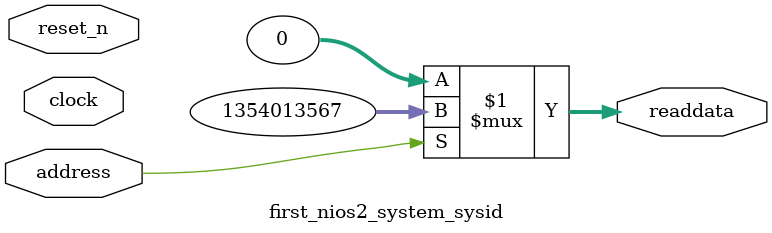
<source format=v>

`timescale 1ns / 1ps
// synthesis translate_on

// turn off superfluous verilog processor warnings 
// altera message_level Level1 
// altera message_off 10034 10035 10036 10037 10230 10240 10030 

module first_nios2_system_sysid (
               // inputs:
                address,
                clock,
                reset_n,

               // outputs:
                readdata
             )
;

  output  [ 31: 0] readdata;
  input            address;
  input            clock;
  input            reset_n;

  wire    [ 31: 0] readdata;
  //control_slave, which is an e_avalon_slave
  assign readdata = address ? 1354013567 : 0;

endmodule




</source>
